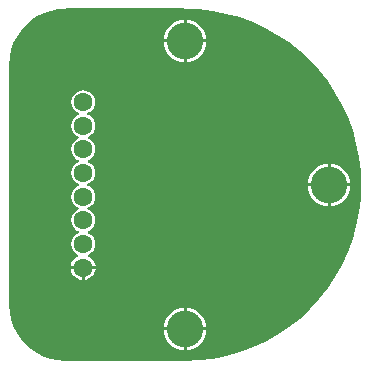
<source format=gbl>
G04 Layer_Physical_Order=2*
G04 Layer_Color=16711680*
%FSAX24Y24*%
%MOIN*%
G70*
G01*
G75*
%ADD14C,0.1220*%
%ADD15C,0.0630*%
G36*
X054950Y025879D02*
X055000Y025869D01*
Y025869D01*
X055002Y025871D01*
X055461Y025853D01*
X055918Y025799D01*
X056371Y025709D01*
X056814Y025583D01*
X057247Y025424D01*
X057665Y025231D01*
X058067Y025006D01*
X058451Y024750D01*
X058813Y024464D01*
X059151Y024151D01*
X059464Y023813D01*
X059750Y023451D01*
X060006Y023067D01*
X060231Y022665D01*
X060424Y022247D01*
X060583Y021814D01*
X060709Y021371D01*
X060799Y020918D01*
X060853Y020461D01*
X060871Y020000D01*
X060853Y019539D01*
X060799Y019082D01*
X060709Y018629D01*
X060583Y018186D01*
X060424Y017753D01*
X060231Y017335D01*
X060006Y016933D01*
X059750Y016549D01*
X059464Y016187D01*
X059151Y015849D01*
X058813Y015536D01*
X058451Y015250D01*
X058067Y014994D01*
X057665Y014769D01*
X057247Y014576D01*
X056814Y014417D01*
X056371Y014291D01*
X055918Y014201D01*
X055461Y014147D01*
X055002Y014129D01*
X055000Y014131D01*
Y014131D01*
X054950Y014121D01*
X054949Y014120D01*
X051052D01*
X051050Y014121D01*
X051000Y014131D01*
Y014131D01*
X050998Y014130D01*
X050756Y014146D01*
X050516Y014193D01*
X050284Y014272D01*
X050065Y014380D01*
X049861Y014516D01*
X049678Y014678D01*
X049516Y014861D01*
X049380Y015065D01*
X049272Y015284D01*
X049193Y015516D01*
X049146Y015756D01*
X049130Y015998D01*
X049131Y016000D01*
X049131D01*
X049121Y016050D01*
X049120Y016051D01*
Y023949D01*
X049121Y023950D01*
X049131Y024000D01*
X049131D01*
X049130Y024002D01*
X049146Y024244D01*
X049193Y024484D01*
X049272Y024716D01*
X049380Y024935D01*
X049516Y025139D01*
X049678Y025322D01*
X049861Y025484D01*
X050065Y025620D01*
X050284Y025728D01*
X050516Y025807D01*
X050756Y025854D01*
X050998Y025870D01*
X051000Y025869D01*
Y025869D01*
X051050Y025879D01*
X051052Y025880D01*
X054949D01*
X054950Y025879D01*
D02*
G37*
%LPC*%
G36*
X052012Y017191D02*
X051650D01*
Y016830D01*
X051708Y016837D01*
X051809Y016879D01*
X051896Y016946D01*
X051962Y017032D01*
X052004Y017133D01*
X052012Y017191D01*
D02*
G37*
G36*
X051550D02*
X051188D01*
X051196Y017133D01*
X051238Y017032D01*
X051304Y016946D01*
X051391Y016879D01*
X051492Y016837D01*
X051550Y016830D01*
Y017191D01*
D02*
G37*
G36*
X051600Y023153D02*
X051497Y023140D01*
X051401Y023100D01*
X051319Y023037D01*
X051256Y022954D01*
X051216Y022859D01*
X051203Y022756D01*
X051216Y022653D01*
X051256Y022557D01*
X051319Y022475D01*
X051401Y022412D01*
X051459Y022388D01*
Y022334D01*
X051401Y022310D01*
X051319Y022247D01*
X051256Y022164D01*
X051216Y022069D01*
X051203Y021966D01*
X051216Y021863D01*
X051256Y021767D01*
X051319Y021685D01*
X051401Y021622D01*
X051456Y021599D01*
Y021545D01*
X051401Y021522D01*
X051319Y021459D01*
X051256Y021377D01*
X051216Y021281D01*
X051203Y021179D01*
X051216Y021076D01*
X051256Y020980D01*
X051319Y020898D01*
X051401Y020835D01*
X051450Y020814D01*
Y020760D01*
X051401Y020740D01*
X051319Y020677D01*
X051256Y020595D01*
X051216Y020499D01*
X051203Y020396D01*
X051216Y020294D01*
X051256Y020198D01*
X051319Y020115D01*
X051401Y020052D01*
X051459Y020028D01*
Y019974D01*
X051401Y019950D01*
X051319Y019887D01*
X051256Y019805D01*
X051216Y019709D01*
X051203Y019606D01*
X051216Y019504D01*
X051256Y019408D01*
X051319Y019325D01*
X051401Y019262D01*
X051459Y019238D01*
Y019184D01*
X051401Y019160D01*
X051319Y019097D01*
X051256Y019015D01*
X051216Y018919D01*
X051203Y018816D01*
X051216Y018714D01*
X051256Y018618D01*
X051319Y018535D01*
X051401Y018472D01*
X051456Y018450D01*
Y018396D01*
X051401Y018373D01*
X051319Y018310D01*
X051256Y018227D01*
X051216Y018132D01*
X051203Y018029D01*
X051216Y017926D01*
X051256Y017830D01*
X051319Y017748D01*
X051401Y017685D01*
X051428Y017674D01*
X051428Y017620D01*
X051391Y017604D01*
X051304Y017537D01*
X051238Y017451D01*
X051196Y017350D01*
X051188Y017292D01*
X051600D01*
X052012D01*
X052004Y017350D01*
X051962Y017451D01*
X051896Y017537D01*
X051809Y017604D01*
X051772Y017620D01*
X051772Y017674D01*
X051799Y017685D01*
X051881Y017748D01*
X051944Y017830D01*
X051984Y017926D01*
X051997Y018029D01*
X051984Y018132D01*
X051944Y018227D01*
X051881Y018310D01*
X051799Y018373D01*
X051744Y018396D01*
Y018450D01*
X051799Y018472D01*
X051881Y018535D01*
X051944Y018618D01*
X051984Y018714D01*
X051997Y018816D01*
X051984Y018919D01*
X051944Y019015D01*
X051881Y019097D01*
X051799Y019160D01*
X051741Y019184D01*
Y019238D01*
X051799Y019262D01*
X051881Y019325D01*
X051944Y019408D01*
X051984Y019504D01*
X051997Y019606D01*
X051984Y019709D01*
X051944Y019805D01*
X051881Y019887D01*
X051799Y019950D01*
X051741Y019974D01*
Y020028D01*
X051799Y020052D01*
X051881Y020115D01*
X051944Y020198D01*
X051984Y020294D01*
X051997Y020396D01*
X051984Y020499D01*
X051944Y020595D01*
X051881Y020677D01*
X051799Y020740D01*
X051750Y020760D01*
Y020814D01*
X051799Y020835D01*
X051881Y020898D01*
X051944Y020980D01*
X051984Y021076D01*
X051997Y021179D01*
X051984Y021281D01*
X051944Y021377D01*
X051881Y021459D01*
X051799Y021522D01*
X051744Y021545D01*
Y021599D01*
X051799Y021622D01*
X051881Y021685D01*
X051944Y021767D01*
X051984Y021863D01*
X051997Y021966D01*
X051984Y022069D01*
X051944Y022164D01*
X051881Y022247D01*
X051799Y022310D01*
X051741Y022334D01*
Y022388D01*
X051799Y022412D01*
X051881Y022475D01*
X051944Y022557D01*
X051984Y022653D01*
X051997Y022756D01*
X051984Y022859D01*
X051944Y022954D01*
X051881Y023037D01*
X051799Y023100D01*
X051703Y023140D01*
X051600Y023153D01*
D02*
G37*
G36*
X055050Y015909D02*
Y015250D01*
X055709D01*
X055700Y015339D01*
X055659Y015473D01*
X055593Y015596D01*
X055505Y015705D01*
X055396Y015793D01*
X055273Y015859D01*
X055139Y015900D01*
X055050Y015909D01*
D02*
G37*
G36*
X054950Y015150D02*
X054291D01*
X054300Y015061D01*
X054341Y014927D01*
X054407Y014804D01*
X054495Y014695D01*
X054604Y014607D01*
X054727Y014541D01*
X054861Y014500D01*
X054950Y014491D01*
Y015150D01*
D02*
G37*
G36*
X055709D02*
X055050D01*
Y014491D01*
X055139Y014500D01*
X055273Y014541D01*
X055396Y014607D01*
X055505Y014695D01*
X055593Y014804D01*
X055659Y014927D01*
X055700Y015061D01*
X055709Y015150D01*
D02*
G37*
G36*
X054950Y015909D02*
X054861Y015900D01*
X054727Y015859D01*
X054604Y015793D01*
X054495Y015705D01*
X054407Y015596D01*
X054341Y015473D01*
X054300Y015339D01*
X054291Y015250D01*
X054950D01*
Y015909D01*
D02*
G37*
G36*
X059750Y019950D02*
X059091D01*
X059100Y019861D01*
X059141Y019727D01*
X059207Y019604D01*
X059295Y019495D01*
X059404Y019407D01*
X059527Y019341D01*
X059661Y019300D01*
X059750Y019291D01*
Y019950D01*
D02*
G37*
G36*
X055709Y024750D02*
X055050D01*
Y024091D01*
X055139Y024100D01*
X055273Y024141D01*
X055396Y024207D01*
X055505Y024295D01*
X055593Y024404D01*
X055659Y024527D01*
X055700Y024661D01*
X055709Y024750D01*
D02*
G37*
G36*
X054950Y025509D02*
X054861Y025500D01*
X054727Y025459D01*
X054604Y025393D01*
X054495Y025305D01*
X054407Y025196D01*
X054341Y025073D01*
X054300Y024939D01*
X054291Y024850D01*
X054950D01*
Y025509D01*
D02*
G37*
G36*
X055050D02*
Y024850D01*
X055709D01*
X055700Y024939D01*
X055659Y025073D01*
X055593Y025196D01*
X055505Y025305D01*
X055396Y025393D01*
X055273Y025459D01*
X055139Y025500D01*
X055050Y025509D01*
D02*
G37*
G36*
X054950Y024750D02*
X054291D01*
X054300Y024661D01*
X054341Y024527D01*
X054407Y024404D01*
X054495Y024295D01*
X054604Y024207D01*
X054727Y024141D01*
X054861Y024100D01*
X054950Y024091D01*
Y024750D01*
D02*
G37*
G36*
X060509Y019950D02*
X059850D01*
Y019291D01*
X059939Y019300D01*
X060073Y019341D01*
X060196Y019407D01*
X060305Y019495D01*
X060393Y019604D01*
X060459Y019727D01*
X060500Y019861D01*
X060509Y019950D01*
D02*
G37*
G36*
X059750Y020709D02*
X059661Y020700D01*
X059527Y020659D01*
X059404Y020593D01*
X059295Y020505D01*
X059207Y020396D01*
X059141Y020273D01*
X059100Y020139D01*
X059091Y020050D01*
X059750D01*
Y020709D01*
D02*
G37*
G36*
X059850D02*
Y020050D01*
X060509D01*
X060500Y020139D01*
X060459Y020273D01*
X060393Y020396D01*
X060305Y020505D01*
X060196Y020593D01*
X060073Y020659D01*
X059939Y020700D01*
X059850Y020709D01*
D02*
G37*
%LPD*%
D14*
X055000Y015200D02*
D03*
Y024800D02*
D03*
X059800Y020000D02*
D03*
D15*
X051600Y022756D02*
D03*
Y021966D02*
D03*
Y021179D02*
D03*
Y017241D02*
D03*
Y018029D02*
D03*
Y018816D02*
D03*
Y019606D02*
D03*
Y020396D02*
D03*
M02*

</source>
